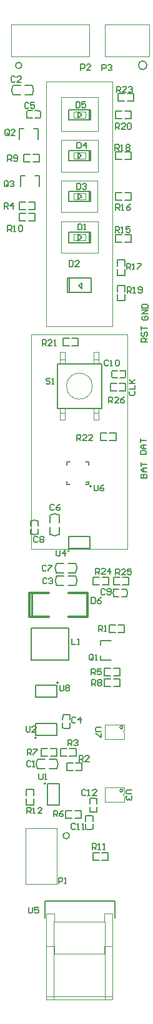
<source format=gto>
%FSLAX25Y25*%
%MOIN*%
G70*
G01*
G75*
%ADD10R,0.03150X0.02559*%
%ADD11R,0.13386X0.02756*%
%ADD12R,0.07480X0.06299*%
%ADD13R,0.01575X0.03937*%
%ADD14R,0.07874X0.10000*%
%ADD15R,0.02756X0.06102*%
%ADD16R,0.02756X0.13386*%
%ADD17R,0.06299X0.07480*%
%ADD18R,0.03150X0.03937*%
%ADD19R,0.03150X0.03543*%
%ADD20R,0.03150X0.03543*%
%ADD21C,0.05906*%
%ADD22R,0.05118X0.15748*%
%ADD23R,0.02362X0.00787*%
%ADD24R,0.03150X0.00787*%
%ADD25R,0.00787X0.02362*%
%ADD26R,0.00787X0.03150*%
%ADD27R,0.05118X0.05118*%
%ADD28R,0.01063X0.07874*%
%ADD29R,0.02362X0.07874*%
%ADD30R,0.02165X0.02559*%
%ADD31R,0.02362X0.02756*%
%ADD32R,0.03937X0.01575*%
%ADD33R,0.01181X0.07874*%
%ADD34O,0.01181X0.07874*%
%ADD35R,0.02559X0.02165*%
%ADD36R,0.03543X0.03150*%
%ADD37R,0.03543X0.03150*%
%ADD38R,0.03937X0.03150*%
%ADD39R,0.02756X0.02362*%
%ADD40C,0.00787*%
%ADD41C,0.01575*%
%ADD42C,0.01000*%
%ADD43C,0.02362*%
%ADD44C,0.01181*%
%ADD45C,0.01969*%
%ADD46C,0.03150*%
%ADD47C,0.00591*%
%ADD48C,0.00197*%
%ADD49C,0.00600*%
%ADD50C,0.00500*%
%ADD51C,0.00394*%
%ADD52C,0.00709*%
%ADD53C,0.01200*%
D40*
X35810Y-280430D02*
G03*
X35810Y-280430I-394J0D01*
G01*
X5892Y-33159D02*
G03*
X5892Y-38101I3706J-2471D01*
G01*
X16128D02*
G03*
X16128Y-33159I-3706J2471D01*
G01*
X29142Y-293799D02*
G03*
X29142Y-298741I3706J-2471D01*
G01*
X39378D02*
G03*
X39378Y-293799I-3706J2471D01*
G01*
X47660Y-246061D02*
G03*
X47660Y-246061I-394J0D01*
G01*
X18240Y-379641D02*
G03*
X18240Y-379641I-394J0D01*
G01*
X23274Y-403966D02*
G03*
X23274Y-403966I-394J0D01*
G01*
X30028Y-350461D02*
G03*
X30028Y-350461I-394J0D01*
G01*
X29208Y-396101D02*
G03*
X29208Y-391160I-3706J2471D01*
G01*
X18972D02*
G03*
X18972Y-396101I3706J-2471D01*
G01*
X30621Y-261382D02*
G03*
X25679Y-261382I-2471J-3706D01*
G01*
Y-271618D02*
G03*
X30621Y-271618I2471J3706D01*
G01*
X29102Y-287019D02*
G03*
X29102Y-291961I3706J-2471D01*
G01*
X39338D02*
G03*
X39338Y-287019I-3706J2471D01*
G01*
X40922Y-139505D02*
X42497Y-137930D01*
X40922Y-139505D02*
X42497Y-141080D01*
X35804Y-143049D02*
Y-135568D01*
X35017Y-143049D02*
Y-135568D01*
X47615Y-143049D02*
Y-135568D01*
X42497Y-141080D02*
Y-137930D01*
X35017Y-135568D02*
X47615D01*
X35017Y-143049D02*
X47615D01*
X53248Y-204626D02*
Y-181004D01*
X29626Y-204626D02*
X53248D01*
X29626D02*
Y-181004D01*
X53248D01*
X5892Y-38101D02*
X9829D01*
X5892Y-33159D02*
X9829D01*
X12191Y-38101D02*
X16128D01*
X12191Y-33159D02*
X16128D01*
X52530Y-338314D02*
X58160D01*
X52530Y-328078D02*
X58199D01*
X52530Y-338314D02*
Y-335952D01*
Y-330440D02*
Y-328078D01*
X29142Y-298741D02*
X33079D01*
X29142Y-293799D02*
X33079D01*
X35441Y-298741D02*
X39378D01*
X35441Y-293799D02*
X39378D01*
X35774Y-46077D02*
X46759D01*
X35774Y-51589D02*
Y-46077D01*
Y-51589D02*
X46759D01*
X47428Y-50959D02*
Y-46077D01*
X46759Y-51589D02*
Y-46077D01*
X47428Y-51549D02*
Y-50959D01*
X47389Y-51589D02*
X47428Y-51549D01*
X46759Y-51589D02*
X47389D01*
X45223Y-46077D02*
X47428D01*
X35765Y-67667D02*
X46749D01*
X35765Y-73179D02*
Y-67667D01*
Y-73179D02*
X46749D01*
X47418Y-72549D02*
Y-67667D01*
X46749Y-73179D02*
Y-67667D01*
X47418Y-73139D02*
Y-72549D01*
X47379Y-73179D02*
X47418Y-73139D01*
X46749Y-73179D02*
X47379D01*
X45213Y-67667D02*
X47418D01*
X35774Y-89317D02*
X46759D01*
X35774Y-94829D02*
Y-89317D01*
Y-94829D02*
X46759D01*
X47428Y-94199D02*
Y-89317D01*
X46759Y-94829D02*
Y-89317D01*
X47428Y-94789D02*
Y-94199D01*
X47389Y-94829D02*
X47428Y-94789D01*
X46759Y-94829D02*
X47389D01*
X45223Y-89317D02*
X47428D01*
X35774Y-111147D02*
X46759D01*
X35774Y-116659D02*
Y-111147D01*
Y-116659D02*
X46759D01*
X47428Y-116029D02*
Y-111147D01*
X46759Y-116659D02*
Y-111147D01*
X47428Y-116619D02*
Y-116029D01*
X47389Y-116659D02*
X47428Y-116619D01*
X46759Y-116659D02*
X47389D01*
X45223Y-111147D02*
X47428D01*
X9792Y-86880D02*
Y-81250D01*
X20028Y-86919D02*
Y-81250D01*
X9792D02*
X12154D01*
X17666D02*
X20028D01*
X9192Y-61780D02*
Y-56150D01*
X19428Y-61819D02*
Y-56150D01*
X9192D02*
X11554D01*
X17066D02*
X19428D01*
X25271Y-391160D02*
X29208D01*
X25271Y-396101D02*
X29208D01*
X18972Y-391160D02*
X22909D01*
X18972Y-396101D02*
X22909D01*
X25679Y-265319D02*
Y-261382D01*
X30621Y-265319D02*
Y-261382D01*
X25679Y-271618D02*
Y-267681D01*
X30621Y-271618D02*
Y-267681D01*
X29102Y-291961D02*
X33039D01*
X29102Y-287019D02*
X33039D01*
X35401Y-291961D02*
X39338D01*
X35401Y-287019D02*
X39338D01*
D42*
X16040Y-315259D02*
Y-302661D01*
D47*
X34300Y-433345D02*
G03*
X34197Y-433342I0J1655D01*
G01*
X10572Y-22446D02*
G03*
X10575Y-22549I-1652J-103D01*
G01*
X72829Y-22626D02*
G03*
X72820Y-22420I2271J206D01*
G01*
X64520Y-407716D02*
G03*
X64520Y-407716I-781J0D01*
G01*
Y-374176D02*
G03*
X64520Y-374176I-781J0D01*
G01*
X42467Y-48833D02*
Y-48833D01*
X40775Y-50526D02*
X42467Y-48833D01*
X40775Y-50526D02*
Y-47100D01*
X42467Y-48794D01*
X42457Y-70423D02*
Y-70423D01*
X40764Y-72116D02*
X42457Y-70423D01*
X40764Y-72116D02*
Y-68691D01*
X42457Y-70384D01*
X42467Y-92073D02*
Y-92073D01*
X40775Y-93766D02*
X42467Y-92073D01*
X40775Y-93766D02*
Y-90341D01*
X42467Y-92033D01*
Y-113903D02*
Y-113903D01*
X40775Y-115596D02*
X42467Y-113903D01*
X40775Y-115596D02*
Y-112171D01*
X42467Y-113864D01*
X46400Y-244959D02*
Y-243266D01*
X44746Y-244959D02*
X46400D01*
X34589D02*
X36242D01*
X34589D02*
Y-243305D01*
Y-233148D02*
X36242D01*
X34589Y-234801D02*
Y-233148D01*
X44746D02*
X46400D01*
Y-234801D02*
Y-233148D01*
X22808Y-466537D02*
X60170D01*
Y-475356D02*
Y-466537D01*
X22808Y-475395D02*
Y-466537D01*
X9398Y-95082D02*
X12745D01*
X9398Y-99019D02*
Y-95082D01*
Y-99019D02*
X12745D01*
X14319Y-95082D02*
X17666D01*
Y-99019D02*
Y-95082D01*
X14319Y-99019D02*
X17666D01*
X16467Y-73619D02*
X19814D01*
Y-69682D01*
X16467D02*
X19814D01*
X11546Y-73619D02*
X14893D01*
X11546D02*
Y-69682D01*
X14893D01*
X9398Y-101031D02*
X12745D01*
X9398Y-104969D02*
Y-101031D01*
Y-104969D02*
X12745D01*
X14319Y-101031D02*
X17666D01*
Y-104969D02*
Y-101031D01*
X14319Y-104969D02*
X17666D01*
X34056Y-418581D02*
X37403D01*
X34056Y-422518D02*
Y-418581D01*
Y-422518D02*
X37403D01*
X38977Y-418581D02*
X42324D01*
Y-422518D02*
Y-418581D01*
X38977Y-422518D02*
X42324D01*
X48516Y-440741D02*
X51863D01*
X48516Y-444678D02*
Y-440741D01*
Y-444678D02*
X51863D01*
X53437Y-440741D02*
X56784D01*
Y-444678D02*
Y-440741D01*
X53437Y-444678D02*
X56784D01*
X62107Y-323744D02*
X65454D01*
Y-319807D01*
X62107D02*
X65454D01*
X57186Y-323744D02*
X60533D01*
X57186D02*
Y-319807D01*
X60533D01*
X34516Y-393232D02*
X37863D01*
X34516Y-397169D02*
Y-393232D01*
Y-397169D02*
X37863D01*
X39438Y-393232D02*
X42784D01*
Y-397169D02*
Y-393232D01*
X39438Y-397169D02*
X42784D01*
X36118Y-389399D02*
X39464D01*
Y-385462D01*
X36118D02*
X39464D01*
X31196Y-389399D02*
X34543D01*
X31196D02*
Y-385462D01*
X34543D01*
X59527Y-346634D02*
X62874D01*
Y-342697D01*
X59527D02*
X62874D01*
X54606Y-346634D02*
X57953D01*
X54606D02*
Y-342697D01*
X57953D01*
X25878Y-389389D02*
X29224D01*
Y-385452D01*
X25878D02*
X29224D01*
X20956Y-389389D02*
X24303D01*
X20956D02*
Y-385452D01*
X24303D01*
X59617Y-352324D02*
X62964D01*
Y-348387D01*
X59617D02*
X62964D01*
X54696Y-352324D02*
X58043D01*
X54696D02*
Y-348387D01*
X58043D01*
X12932Y-415354D02*
Y-412007D01*
Y-415354D02*
X16869D01*
Y-412007D01*
X12932Y-410433D02*
Y-407086D01*
X16869D01*
Y-410433D02*
Y-407086D01*
X65497Y-116308D02*
X68844D01*
Y-112372D01*
X65497D02*
X68844D01*
X60576Y-116308D02*
X63923D01*
X60576D02*
Y-112372D01*
X63923D01*
X65497Y-94038D02*
X68844D01*
Y-90101D01*
X65497D02*
X68844D01*
X60576Y-94038D02*
X63923D01*
X60576D02*
Y-90101D01*
X63923D01*
X61581Y-133984D02*
Y-130637D01*
Y-133984D02*
X65518D01*
Y-130637D01*
X61581Y-129063D02*
Y-125716D01*
X65518D01*
Y-129063D02*
Y-125716D01*
X65497Y-72429D02*
X68844D01*
Y-68492D01*
X65497D02*
X68844D01*
X60576Y-72429D02*
X63923D01*
X60576D02*
Y-68492D01*
X63923D01*
X65518Y-142643D02*
Y-139296D01*
X61581D02*
X65518D01*
X61581Y-142643D02*
Y-139296D01*
X65518Y-147564D02*
Y-144217D01*
X61581Y-147564D02*
X65518D01*
X61581D02*
Y-144217D01*
X65497Y-50858D02*
X68844D01*
Y-46922D01*
X65497D02*
X68844D01*
X60576Y-50858D02*
X63923D01*
X60576D02*
Y-46922D01*
X63923D01*
X32486Y-167371D02*
X35833D01*
X32486Y-171309D02*
Y-167371D01*
Y-171309D02*
X35833D01*
X37407Y-167371D02*
X40754D01*
Y-171309D02*
Y-167371D01*
X37407Y-171309D02*
X40754D01*
X57447Y-221649D02*
X60794D01*
Y-217711D01*
X57447D02*
X60794D01*
X52526Y-221649D02*
X55873D01*
X52526D02*
Y-217711D01*
X55873D01*
X66917Y-41418D02*
X70264D01*
Y-37481D01*
X66917D02*
X70264D01*
X61996Y-41418D02*
X65343D01*
X61996D02*
Y-37481D01*
X65343D01*
X53507Y-298429D02*
X56854D01*
Y-294492D01*
X53507D02*
X56854D01*
X48586Y-298429D02*
X51933D01*
X48586D02*
Y-294492D01*
X51933D01*
X64417Y-298429D02*
X67764D01*
Y-294492D01*
X64417D02*
X67764D01*
X59496Y-298429D02*
X62843D01*
X59496D02*
Y-294492D01*
X62843D01*
X57824Y-191411D02*
X61170D01*
X57824Y-195349D02*
Y-191411D01*
Y-195349D02*
X61170D01*
X62745Y-191411D02*
X66091D01*
Y-195349D02*
Y-191411D01*
X62745Y-195349D02*
X66091D01*
X49173Y-245355D02*
Y-247979D01*
X49698Y-248504D01*
X50748D01*
X51272Y-247979D01*
Y-245355D01*
X54421D02*
X53371Y-245880D01*
X52322Y-246930D01*
Y-247979D01*
X52847Y-248504D01*
X53896D01*
X54421Y-247979D01*
Y-247454D01*
X53896Y-246930D01*
X52322D01*
X14215Y-469757D02*
Y-472380D01*
X14740Y-472905D01*
X15789D01*
X16314Y-472380D01*
Y-469757D01*
X19463D02*
X17364D01*
Y-471331D01*
X18413Y-470806D01*
X18938D01*
X19463Y-471331D01*
Y-472380D01*
X18938Y-472905D01*
X17888D01*
X17364Y-472380D01*
X29000Y-280051D02*
Y-282675D01*
X29525Y-283200D01*
X30574D01*
X31099Y-282675D01*
Y-280051D01*
X33723Y-283200D02*
Y-280051D01*
X32149Y-281626D01*
X34248D01*
X69449Y-407400D02*
X66825D01*
X66300Y-407925D01*
Y-408974D01*
X66825Y-409499D01*
X69449D01*
X68924Y-410549D02*
X69449Y-411073D01*
Y-412123D01*
X68924Y-412648D01*
X68399D01*
X67874Y-412123D01*
Y-411598D01*
Y-412123D01*
X67349Y-412648D01*
X66825D01*
X66300Y-412123D01*
Y-411073D01*
X66825Y-410549D01*
X12952Y-373520D02*
Y-376144D01*
X13477Y-376669D01*
X14527D01*
X15051Y-376144D01*
Y-373520D01*
X18200Y-376669D02*
X16101D01*
X18200Y-374570D01*
Y-374045D01*
X17675Y-373520D01*
X16626D01*
X16101Y-374045D01*
X19742Y-398712D02*
Y-401336D01*
X20267Y-401861D01*
X21317D01*
X21841Y-401336D01*
Y-398712D01*
X22891Y-401861D02*
X23940D01*
X23416D01*
Y-398712D01*
X22891Y-399237D01*
X25682Y-189148D02*
X25157Y-188623D01*
X24107D01*
X23583Y-189148D01*
Y-189673D01*
X24107Y-190197D01*
X25157D01*
X25682Y-190722D01*
Y-191247D01*
X25157Y-191772D01*
X24107D01*
X23583Y-191247D01*
X26731Y-191772D02*
X27781D01*
X27256D01*
Y-188623D01*
X26731Y-189148D01*
X57000Y-201811D02*
Y-198662D01*
X58574D01*
X59099Y-199187D01*
Y-200237D01*
X58574Y-200762D01*
X57000D01*
X58049D02*
X59099Y-201811D01*
X62248D02*
X60149D01*
X62248Y-199712D01*
Y-199187D01*
X61723Y-198662D01*
X60673D01*
X60149Y-199187D01*
X65396Y-198662D02*
X64347Y-199187D01*
X63297Y-200237D01*
Y-201286D01*
X63822Y-201811D01*
X64872D01*
X65396Y-201286D01*
Y-200762D01*
X64872Y-200237D01*
X63297D01*
X60710Y-293107D02*
Y-289959D01*
X62284D01*
X62809Y-290483D01*
Y-291533D01*
X62284Y-292058D01*
X60710D01*
X61760D02*
X62809Y-293107D01*
X65958D02*
X63859D01*
X65958Y-291008D01*
Y-290483D01*
X65433Y-289959D01*
X64384D01*
X63859Y-290483D01*
X69107Y-289959D02*
X67007D01*
Y-291533D01*
X68057Y-291008D01*
X68582D01*
X69107Y-291533D01*
Y-292582D01*
X68582Y-293107D01*
X67532D01*
X67007Y-292582D01*
X49915Y-292861D02*
Y-289713D01*
X51489D01*
X52014Y-290238D01*
Y-291287D01*
X51489Y-291812D01*
X49915D01*
X50964D02*
X52014Y-292861D01*
X55162D02*
X53063D01*
X55162Y-290762D01*
Y-290238D01*
X54638Y-289713D01*
X53588D01*
X53063Y-290238D01*
X57786Y-292861D02*
Y-289713D01*
X56212Y-291287D01*
X58311D01*
X61200Y-36800D02*
Y-33651D01*
X62774D01*
X63299Y-34176D01*
Y-35226D01*
X62774Y-35750D01*
X61200D01*
X62249D02*
X63299Y-36800D01*
X66448D02*
X64349D01*
X66448Y-34701D01*
Y-34176D01*
X65923Y-33651D01*
X64873D01*
X64349Y-34176D01*
X67497D02*
X68022Y-33651D01*
X69072D01*
X69596Y-34176D01*
Y-34701D01*
X69072Y-35226D01*
X68547D01*
X69072D01*
X69596Y-35750D01*
Y-36275D01*
X69072Y-36800D01*
X68022D01*
X67497Y-36275D01*
X39955Y-221782D02*
Y-218633D01*
X41529D01*
X42054Y-219158D01*
Y-220208D01*
X41529Y-220732D01*
X39955D01*
X41005D02*
X42054Y-221782D01*
X45203D02*
X43104D01*
X45203Y-219683D01*
Y-219158D01*
X44678Y-218633D01*
X43628D01*
X43104Y-219158D01*
X48351Y-221782D02*
X46252D01*
X48351Y-219683D01*
Y-219158D01*
X47827Y-218633D01*
X46777D01*
X46252Y-219158D01*
X21500Y-171400D02*
Y-168251D01*
X23074D01*
X23599Y-168776D01*
Y-169826D01*
X23074Y-170351D01*
X21500D01*
X22549D02*
X23599Y-171400D01*
X26748D02*
X24649D01*
X26748Y-169301D01*
Y-168776D01*
X26223Y-168251D01*
X25173D01*
X24649Y-168776D01*
X27797Y-171400D02*
X28847D01*
X28322D01*
Y-168251D01*
X27797Y-168776D01*
X60600Y-56400D02*
Y-53251D01*
X62174D01*
X62699Y-53776D01*
Y-54826D01*
X62174Y-55351D01*
X60600D01*
X61650D02*
X62699Y-56400D01*
X65848D02*
X63749D01*
X65848Y-54301D01*
Y-53776D01*
X65323Y-53251D01*
X64273D01*
X63749Y-53776D01*
X66897D02*
X67422Y-53251D01*
X68471D01*
X68996Y-53776D01*
Y-55875D01*
X68471Y-56400D01*
X67422D01*
X66897Y-55875D01*
Y-53776D01*
X66969Y-143347D02*
Y-140198D01*
X68543D01*
X69068Y-140723D01*
Y-141772D01*
X68543Y-142297D01*
X66969D01*
X68018D02*
X69068Y-143347D01*
X70117D02*
X71167D01*
X70642D01*
Y-140198D01*
X70117Y-140723D01*
X72741Y-142822D02*
X73266Y-143347D01*
X74315D01*
X74840Y-142822D01*
Y-140723D01*
X74315Y-140198D01*
X73266D01*
X72741Y-140723D01*
Y-141247D01*
X73266Y-141772D01*
X74840D01*
X60400Y-67600D02*
Y-64451D01*
X61974D01*
X62499Y-64976D01*
Y-66026D01*
X61974Y-66550D01*
X60400D01*
X61449D02*
X62499Y-67600D01*
X63549D02*
X64598D01*
X64073D01*
Y-64451D01*
X63549Y-64976D01*
X66172D02*
X66697Y-64451D01*
X67747D01*
X68271Y-64976D01*
Y-65501D01*
X67747Y-66026D01*
X68271Y-66550D01*
Y-67075D01*
X67747Y-67600D01*
X66697D01*
X66172Y-67075D01*
Y-66550D01*
X66697Y-66026D01*
X66172Y-65501D01*
Y-64976D01*
X66697Y-66026D02*
X67747D01*
X66496Y-130905D02*
Y-127757D01*
X68070D01*
X68595Y-128282D01*
Y-129331D01*
X68070Y-129856D01*
X66496D01*
X67546D02*
X68595Y-130905D01*
X69645D02*
X70694D01*
X70169D01*
Y-127757D01*
X69645Y-128282D01*
X72268Y-127757D02*
X74367D01*
Y-128282D01*
X72268Y-130381D01*
Y-130905D01*
X60700Y-99300D02*
Y-96151D01*
X62274D01*
X62799Y-96676D01*
Y-97726D01*
X62274Y-98251D01*
X60700D01*
X61750D02*
X62799Y-99300D01*
X63849D02*
X64898D01*
X64373D01*
Y-96151D01*
X63849Y-96676D01*
X68572Y-96151D02*
X67522Y-96676D01*
X66472Y-97726D01*
Y-98775D01*
X66997Y-99300D01*
X68047D01*
X68572Y-98775D01*
Y-98251D01*
X68047Y-97726D01*
X66472D01*
X60500Y-111300D02*
Y-108151D01*
X62074D01*
X62599Y-108676D01*
Y-109726D01*
X62074Y-110250D01*
X60500D01*
X61550D02*
X62599Y-111300D01*
X63649D02*
X64698D01*
X64173D01*
Y-108151D01*
X63649Y-108676D01*
X68371Y-108151D02*
X66272D01*
Y-109726D01*
X67322Y-109201D01*
X67847D01*
X68371Y-109726D01*
Y-110775D01*
X67847Y-111300D01*
X66797D01*
X66272Y-110775D01*
X13400Y-419900D02*
Y-416751D01*
X14974D01*
X15499Y-417276D01*
Y-418326D01*
X14974Y-418851D01*
X13400D01*
X14449D02*
X15499Y-419900D01*
X16549D02*
X17598D01*
X17073D01*
Y-416751D01*
X16549Y-417276D01*
X21271Y-419900D02*
X19172D01*
X21271Y-417801D01*
Y-417276D01*
X20747Y-416751D01*
X19697D01*
X19172Y-417276D01*
X48300Y-439000D02*
Y-435851D01*
X49874D01*
X50399Y-436376D01*
Y-437426D01*
X49874Y-437951D01*
X48300D01*
X49349D02*
X50399Y-439000D01*
X51449D02*
X52498D01*
X51973D01*
Y-435851D01*
X51449Y-436376D01*
X54072Y-439000D02*
X55122D01*
X54597D01*
Y-435851D01*
X54072Y-436376D01*
X3110Y-110700D02*
Y-107551D01*
X4685D01*
X5209Y-108076D01*
Y-109126D01*
X4685Y-109651D01*
X3110D01*
X4160D02*
X5209Y-110700D01*
X6259D02*
X7308D01*
X6784D01*
Y-107551D01*
X6259Y-108076D01*
X8883D02*
X9407Y-107551D01*
X10457D01*
X10982Y-108076D01*
Y-110175D01*
X10457Y-110700D01*
X9407D01*
X8883Y-110175D01*
Y-108076D01*
X3110Y-73400D02*
Y-70251D01*
X4685D01*
X5209Y-70776D01*
Y-71826D01*
X4685Y-72351D01*
X3110D01*
X4160D02*
X5209Y-73400D01*
X6259Y-72875D02*
X6784Y-73400D01*
X7833D01*
X8358Y-72875D01*
Y-70776D01*
X7833Y-70251D01*
X6784D01*
X6259Y-70776D01*
Y-71301D01*
X6784Y-71826D01*
X8358D01*
X47900Y-352000D02*
Y-348851D01*
X49474D01*
X49999Y-349376D01*
Y-350426D01*
X49474Y-350951D01*
X47900D01*
X48950D02*
X49999Y-352000D01*
X51049Y-349376D02*
X51573Y-348851D01*
X52623D01*
X53148Y-349376D01*
Y-349901D01*
X52623Y-350426D01*
X53148Y-350951D01*
Y-351475D01*
X52623Y-352000D01*
X51573D01*
X51049Y-351475D01*
Y-350951D01*
X51573Y-350426D01*
X51049Y-349901D01*
Y-349376D01*
X51573Y-350426D02*
X52623D01*
X27480Y-421500D02*
Y-418351D01*
X29055D01*
X29579Y-418876D01*
Y-419926D01*
X29055Y-420450D01*
X27480D01*
X28530D02*
X29579Y-421500D01*
X32728Y-418351D02*
X31678Y-418876D01*
X30629Y-419926D01*
Y-420975D01*
X31154Y-421500D01*
X32203D01*
X32728Y-420975D01*
Y-420450D01*
X32203Y-419926D01*
X30629D01*
X47700Y-346200D02*
Y-343051D01*
X49274D01*
X49799Y-343576D01*
Y-344626D01*
X49274Y-345150D01*
X47700D01*
X48750D02*
X49799Y-346200D01*
X52948Y-343051D02*
X50849D01*
Y-344626D01*
X51898Y-344101D01*
X52423D01*
X52948Y-344626D01*
Y-345675D01*
X52423Y-346200D01*
X51373D01*
X50849Y-345675D01*
X1200Y-98600D02*
Y-95451D01*
X2774D01*
X3299Y-95976D01*
Y-97026D01*
X2774Y-97550D01*
X1200D01*
X2249D02*
X3299Y-98600D01*
X5923D02*
Y-95451D01*
X4349Y-97026D01*
X6448D01*
X35236Y-383913D02*
Y-380765D01*
X36810D01*
X37335Y-381289D01*
Y-382339D01*
X36810Y-382864D01*
X35236D01*
X36285D02*
X37335Y-383913D01*
X38384Y-381289D02*
X38909Y-380765D01*
X39959D01*
X40483Y-381289D01*
Y-381814D01*
X39959Y-382339D01*
X39434D01*
X39959D01*
X40483Y-382864D01*
Y-383388D01*
X39959Y-383913D01*
X38909D01*
X38384Y-383388D01*
X41299Y-392284D02*
Y-389135D01*
X42873D01*
X43398Y-389660D01*
Y-390709D01*
X42873Y-391234D01*
X41299D01*
X42349D02*
X43398Y-392284D01*
X46547D02*
X44448D01*
X46547Y-390184D01*
Y-389660D01*
X46022Y-389135D01*
X44973D01*
X44448Y-389660D01*
X51500Y-323200D02*
Y-320051D01*
X53074D01*
X53599Y-320576D01*
Y-321626D01*
X53074Y-322150D01*
X51500D01*
X52549D02*
X53599Y-323200D01*
X54649D02*
X55698D01*
X55173D01*
Y-320051D01*
X54649Y-320576D01*
X48753Y-337979D02*
Y-335880D01*
X48228Y-335355D01*
X47178D01*
X46654Y-335880D01*
Y-337979D01*
X47178Y-338504D01*
X48228D01*
X47703Y-337454D02*
X48753Y-338504D01*
X48228D02*
X48753Y-337979D01*
X49802Y-338504D02*
X50852D01*
X50327D01*
Y-335355D01*
X49802Y-335880D01*
X53400Y-25200D02*
Y-22051D01*
X54974D01*
X55499Y-22576D01*
Y-23626D01*
X54974Y-24150D01*
X53400D01*
X56549Y-22576D02*
X57073Y-22051D01*
X58123D01*
X58648Y-22576D01*
Y-23101D01*
X58123Y-23626D01*
X57598D01*
X58123D01*
X58648Y-24150D01*
Y-24675D01*
X58123Y-25200D01*
X57073D01*
X56549Y-24675D01*
X42100Y-25000D02*
Y-21851D01*
X43674D01*
X44199Y-22376D01*
Y-23426D01*
X43674Y-23950D01*
X42100D01*
X47348Y-25000D02*
X45249D01*
X47348Y-22901D01*
Y-22376D01*
X46823Y-21851D01*
X45773D01*
X45249Y-22376D01*
X30250Y-457084D02*
Y-453935D01*
X31824D01*
X32349Y-454460D01*
Y-455509D01*
X31824Y-456034D01*
X30250D01*
X33399Y-457084D02*
X34448D01*
X33924D01*
Y-453935D01*
X33399Y-454460D01*
X37248Y-327011D02*
Y-330159D01*
X39347D01*
X40396D02*
X41446D01*
X40921D01*
Y-327011D01*
X40396Y-327536D01*
X35886Y-126151D02*
Y-129300D01*
X37460D01*
X37985Y-128775D01*
Y-126676D01*
X37460Y-126151D01*
X35886D01*
X41134Y-129300D02*
X39035D01*
X41134Y-127201D01*
Y-126676D01*
X40609Y-126151D01*
X39559D01*
X39035Y-126676D01*
X56799Y-179476D02*
X56274Y-178951D01*
X55225D01*
X54700Y-179476D01*
Y-181575D01*
X55225Y-182100D01*
X56274D01*
X56799Y-181575D01*
X57849Y-182100D02*
X58898D01*
X58373D01*
Y-178951D01*
X57849Y-179476D01*
X60472D02*
X60997Y-178951D01*
X62047D01*
X62572Y-179476D01*
Y-181575D01*
X62047Y-182100D01*
X60997D01*
X60472Y-181575D01*
Y-179476D01*
X54999Y-300976D02*
X54474Y-300451D01*
X53425D01*
X52900Y-300976D01*
Y-303075D01*
X53425Y-303600D01*
X54474D01*
X54999Y-303075D01*
X56049D02*
X56573Y-303600D01*
X57623D01*
X58148Y-303075D01*
Y-300976D01*
X57623Y-300451D01*
X56573D01*
X56049Y-300976D01*
Y-301501D01*
X56573Y-302026D01*
X58148D01*
X19186Y-273242D02*
X18661Y-272717D01*
X17611D01*
X17087Y-273242D01*
Y-275341D01*
X17611Y-275866D01*
X18661D01*
X19186Y-275341D01*
X20235Y-273242D02*
X20760Y-272717D01*
X21810D01*
X22334Y-273242D01*
Y-273767D01*
X21810Y-274292D01*
X22334Y-274817D01*
Y-275341D01*
X21810Y-275866D01*
X20760D01*
X20235Y-275341D01*
Y-274817D01*
X20760Y-274292D01*
X20235Y-273767D01*
Y-273242D01*
X20760Y-274292D02*
X21810D01*
X23599Y-288476D02*
X23074Y-287951D01*
X22025D01*
X21500Y-288476D01*
Y-290575D01*
X22025Y-291100D01*
X23074D01*
X23599Y-290575D01*
X24649Y-287951D02*
X26748D01*
Y-288476D01*
X24649Y-290575D01*
Y-291100D01*
X27887Y-256234D02*
X27362Y-255710D01*
X26312D01*
X25787Y-256234D01*
Y-258333D01*
X26312Y-258858D01*
X27362D01*
X27887Y-258333D01*
X31035Y-255710D02*
X29985Y-256234D01*
X28936Y-257284D01*
Y-258333D01*
X29461Y-258858D01*
X30510D01*
X31035Y-258333D01*
Y-257809D01*
X30510Y-257284D01*
X28936D01*
X14299Y-42776D02*
X13774Y-42251D01*
X12725D01*
X12200Y-42776D01*
Y-44875D01*
X12725Y-45400D01*
X13774D01*
X14299Y-44875D01*
X17448Y-42251D02*
X15349D01*
Y-43826D01*
X16398Y-43301D01*
X16923D01*
X17448Y-43826D01*
Y-44875D01*
X16923Y-45400D01*
X15873D01*
X15349Y-44875D01*
X39399Y-369176D02*
X38874Y-368651D01*
X37825D01*
X37300Y-369176D01*
Y-371275D01*
X37825Y-371800D01*
X38874D01*
X39399Y-371275D01*
X42023Y-371800D02*
Y-368651D01*
X40449Y-370226D01*
X42548D01*
X23899Y-295276D02*
X23374Y-294751D01*
X22325D01*
X21800Y-295276D01*
Y-297375D01*
X22325Y-297900D01*
X23374D01*
X23899Y-297375D01*
X24949Y-295276D02*
X25473Y-294751D01*
X26523D01*
X27048Y-295276D01*
Y-295801D01*
X26523Y-296326D01*
X25998D01*
X26523D01*
X27048Y-296850D01*
Y-297375D01*
X26523Y-297900D01*
X25473D01*
X24949Y-297375D01*
X6999Y-28776D02*
X6474Y-28251D01*
X5425D01*
X4900Y-28776D01*
Y-30875D01*
X5425Y-31400D01*
X6474D01*
X6999Y-30875D01*
X10148Y-31400D02*
X8049D01*
X10148Y-29301D01*
Y-28776D01*
X9623Y-28251D01*
X8573D01*
X8049Y-28776D01*
X15399Y-392376D02*
X14874Y-391851D01*
X13825D01*
X13300Y-392376D01*
Y-394475D01*
X13825Y-395000D01*
X14874D01*
X15399Y-394475D01*
X16449Y-395000D02*
X17498D01*
X16973D01*
Y-391851D01*
X16449Y-392376D01*
X40500Y-106651D02*
Y-109800D01*
X42074D01*
X42599Y-109275D01*
Y-107176D01*
X42074Y-106651D01*
X40500D01*
X43649Y-109800D02*
X44698D01*
X44173D01*
Y-106651D01*
X43649Y-107176D01*
X39800Y-85251D02*
Y-88400D01*
X41374D01*
X41899Y-87875D01*
Y-85776D01*
X41374Y-85251D01*
X39800D01*
X42949Y-85776D02*
X43473Y-85251D01*
X44523D01*
X45048Y-85776D01*
Y-86301D01*
X44523Y-86826D01*
X43998D01*
X44523D01*
X45048Y-87350D01*
Y-87875D01*
X44523Y-88400D01*
X43473D01*
X42949Y-87875D01*
X40100Y-63351D02*
Y-66500D01*
X41674D01*
X42199Y-65975D01*
Y-63876D01*
X41674Y-63351D01*
X40100D01*
X44823Y-66500D02*
Y-63351D01*
X43249Y-64926D01*
X45348D01*
X39500Y-41851D02*
Y-45000D01*
X41074D01*
X41599Y-44475D01*
Y-42376D01*
X41074Y-41851D01*
X39500D01*
X44748D02*
X42649D01*
Y-43426D01*
X43698Y-42901D01*
X44223D01*
X44748Y-43426D01*
Y-44475D01*
X44223Y-45000D01*
X43173D01*
X42649Y-44475D01*
X13600Y-388800D02*
Y-385651D01*
X15174D01*
X15699Y-386176D01*
Y-387226D01*
X15174Y-387751D01*
X13600D01*
X14649D02*
X15699Y-388800D01*
X16749Y-385651D02*
X18848D01*
Y-386176D01*
X16749Y-388275D01*
Y-388800D01*
X39199Y-425776D02*
X38674Y-425251D01*
X37625D01*
X37100Y-425776D01*
Y-427875D01*
X37625Y-428400D01*
X38674D01*
X39199Y-427875D01*
X40249Y-428400D02*
X41298D01*
X40773D01*
Y-425251D01*
X40249Y-425776D01*
X42872Y-428400D02*
X43922D01*
X43397D01*
Y-425251D01*
X42872Y-425776D01*
X44699Y-407676D02*
X44174Y-407151D01*
X43125D01*
X42600Y-407676D01*
Y-409775D01*
X43125Y-410300D01*
X44174D01*
X44699Y-409775D01*
X45749Y-410300D02*
X46798D01*
X46273D01*
Y-407151D01*
X45749Y-407676D01*
X50472Y-410300D02*
X48372D01*
X50472Y-408201D01*
Y-407676D01*
X49947Y-407151D01*
X48897D01*
X48372Y-407676D01*
X47743Y-305161D02*
Y-308310D01*
X49317D01*
X49842Y-307785D01*
Y-305686D01*
X49317Y-305161D01*
X47743D01*
X52990D02*
X51941Y-305686D01*
X50891Y-306735D01*
Y-307785D01*
X51416Y-308310D01*
X52465D01*
X52990Y-307785D01*
Y-307260D01*
X52465Y-306735D01*
X50891D01*
X3799Y-59075D02*
Y-56976D01*
X3274Y-56451D01*
X2225D01*
X1700Y-56976D01*
Y-59075D01*
X2225Y-59600D01*
X3274D01*
X2750Y-58551D02*
X3799Y-59600D01*
X3274D02*
X3799Y-59075D01*
X6948Y-59600D02*
X4849D01*
X6948Y-57501D01*
Y-56976D01*
X6423Y-56451D01*
X5373D01*
X4849Y-56976D01*
X3299Y-86375D02*
Y-84276D01*
X2774Y-83751D01*
X1725D01*
X1200Y-84276D01*
Y-86375D01*
X1725Y-86900D01*
X2774D01*
X2249Y-85851D02*
X3299Y-86900D01*
X2774D02*
X3299Y-86375D01*
X4349Y-84276D02*
X4873Y-83751D01*
X5923D01*
X6448Y-84276D01*
Y-84801D01*
X5923Y-85326D01*
X5398D01*
X5923D01*
X6448Y-85851D01*
Y-86375D01*
X5923Y-86900D01*
X4873D01*
X4349Y-86375D01*
X53049Y-374200D02*
X50425D01*
X49900Y-374725D01*
Y-375774D01*
X50425Y-376299D01*
X53049D01*
Y-377349D02*
Y-379448D01*
X52524D01*
X50425Y-377349D01*
X49900D01*
X30826Y-351670D02*
Y-354294D01*
X31351Y-354819D01*
X32401D01*
X32925Y-354294D01*
Y-351670D01*
X33975Y-352195D02*
X34500Y-351670D01*
X35549D01*
X36074Y-352195D01*
Y-352720D01*
X35549Y-353244D01*
X36074Y-353769D01*
Y-354294D01*
X35549Y-354819D01*
X34500D01*
X33975Y-354294D01*
Y-353769D01*
X34500Y-353244D01*
X33975Y-352720D01*
Y-352195D01*
X34500Y-353244D02*
X35549D01*
X73951Y-229200D02*
X77100D01*
Y-227626D01*
X76575Y-227101D01*
X74476D01*
X73951Y-227626D01*
Y-229200D01*
X77100Y-226051D02*
X75001D01*
X73951Y-225002D01*
X75001Y-223952D01*
X77100D01*
X75526D01*
Y-226051D01*
X73951Y-222903D02*
Y-220804D01*
Y-221853D01*
X77100D01*
X74151Y-241700D02*
X77300D01*
Y-240126D01*
X76775Y-239601D01*
X76250D01*
X75726Y-240126D01*
Y-241700D01*
Y-240126D01*
X75201Y-239601D01*
X74676D01*
X74151Y-240126D01*
Y-241700D01*
X77300Y-238551D02*
X75201D01*
X74151Y-237502D01*
X75201Y-236452D01*
X77300D01*
X75726D01*
Y-238551D01*
X74151Y-235403D02*
Y-233304D01*
Y-234353D01*
X77300D01*
X68376Y-195601D02*
X67851Y-196126D01*
Y-197175D01*
X68376Y-197700D01*
X70475D01*
X71000Y-197175D01*
Y-196126D01*
X70475Y-195601D01*
X67851Y-194551D02*
X71000D01*
Y-192452D01*
X67851Y-191403D02*
X71000D01*
X69950D01*
X67851Y-189304D01*
X69426Y-190878D01*
X71000Y-189304D01*
X77600Y-169500D02*
X74451D01*
Y-167926D01*
X74976Y-167401D01*
X76026D01*
X76551Y-167926D01*
Y-169500D01*
Y-168450D02*
X77600Y-167401D01*
X74976Y-164252D02*
X74451Y-164777D01*
Y-165827D01*
X74976Y-166351D01*
X75501D01*
X76026Y-165827D01*
Y-164777D01*
X76551Y-164252D01*
X77075D01*
X77600Y-164777D01*
Y-165827D01*
X77075Y-166351D01*
X74451Y-163203D02*
Y-161104D01*
Y-162153D01*
X77600D01*
X75276Y-155601D02*
X74751Y-156126D01*
Y-157175D01*
X75276Y-157700D01*
X77375D01*
X77900Y-157175D01*
Y-156126D01*
X77375Y-155601D01*
X76326D01*
Y-156650D01*
X77900Y-154551D02*
X74751D01*
X77900Y-152452D01*
X74751D01*
Y-151403D02*
X77900D01*
Y-149829D01*
X77375Y-149304D01*
X75276D01*
X74751Y-149829D01*
Y-151403D01*
D48*
X48228Y-192913D02*
G03*
X48228Y-192913I-6890J0D01*
G01*
X23740Y-518701D02*
X58937D01*
X23740Y-517244D02*
X58937D01*
X54724Y-490433D02*
X58936D01*
X54724Y-494567D02*
Y-490433D01*
X27953Y-494567D02*
Y-490433D01*
X23741D02*
X27953D01*
X27677Y-494567D02*
X55000D01*
Y-518701D02*
Y-477362D01*
X27677Y-518701D02*
Y-477362D01*
X58937Y-518701D02*
Y-473229D01*
X54724D02*
X58936D01*
X54724Y-477362D02*
Y-473229D01*
X27677Y-477362D02*
X55000D01*
X27953D02*
Y-473229D01*
X23741D02*
X27953D01*
X23740Y-518701D02*
Y-473229D01*
X49016Y-178839D02*
X51772D01*
X49016Y-174902D02*
X51772D01*
Y-181004D02*
Y-174902D01*
X49016Y-181004D02*
Y-174902D01*
X30906Y-178839D02*
X33661D01*
X30906Y-174902D02*
X33661D01*
Y-181004D02*
Y-174902D01*
X30906Y-181004D02*
Y-174902D01*
X49016Y-210925D02*
X51772D01*
X49016Y-206988D02*
X51772D01*
Y-210925D02*
Y-204823D01*
X49016Y-210925D02*
Y-204823D01*
X30906Y-210925D02*
X33661D01*
X30906Y-206988D02*
X33661D01*
Y-210925D02*
Y-204823D01*
X30906Y-210925D02*
Y-204823D01*
X29429Y-181004D02*
X53248D01*
X29429Y-204823D02*
X53248D01*
X29429D02*
Y-181004D01*
X53248Y-204823D02*
Y-181004D01*
X38189Y-115354D02*
Y-112205D01*
Y-115354D02*
X44488D01*
Y-112205D01*
X38189D02*
X44488D01*
X38189Y-93701D02*
Y-90551D01*
X44488Y-93701D02*
Y-90551D01*
X38189Y-93701D02*
X44488D01*
X38189Y-90551D02*
X44488D01*
X38189Y-72047D02*
Y-68898D01*
Y-72047D02*
X44488D01*
Y-68898D01*
X38189D02*
X44488D01*
X38189Y-50394D02*
Y-47244D01*
Y-50394D02*
X44488D01*
Y-47244D01*
X38189D02*
X44488D01*
D49*
X45770Y-243935D02*
G03*
X45770Y-243935I-394J0D01*
G01*
D50*
X13509Y-46596D02*
G03*
X13434Y-50532I4907J-2063D01*
G01*
X20365Y-50525D02*
G03*
X20362Y-46626I-4864J1945D01*
G01*
X50774Y-412079D02*
G03*
X46838Y-412004I-2063J-4907D01*
G01*
X46845Y-418935D02*
G03*
X50744Y-418932I1945J4864D01*
G01*
X48534Y-421319D02*
G03*
X44598Y-421244I-2063J-4907D01*
G01*
X44605Y-428175D02*
G03*
X48504Y-428172I1945J4864D01*
G01*
X15366Y-271341D02*
G03*
X19302Y-271416I2063J4907D01*
G01*
X19295Y-264485D02*
G03*
X15396Y-264488I-1945J-4864D01*
G01*
X59759Y-300716D02*
G03*
X59684Y-304652I4907J-2063D01*
G01*
X66615Y-304645D02*
G03*
X66612Y-300746I-4864J1945D01*
G01*
X65721Y-188544D02*
G03*
X65796Y-184608I-4907J2063D01*
G01*
X58865Y-184615D02*
G03*
X58868Y-188514I4864J-1945D01*
G01*
X32436Y-374482D02*
G03*
X36372Y-374557I2063J4907D01*
G01*
X36365Y-367625D02*
G03*
X32466Y-367629I-1945J-4864D01*
G01*
X13511Y-46591D02*
X16191D01*
X13432Y-50529D02*
X16191D01*
X17766Y-46591D02*
X20364Y-46631D01*
X17766Y-50529D02*
X20364D01*
X50779Y-414761D02*
Y-412081D01*
X46841Y-414761D02*
Y-412003D01*
X50739Y-418934D02*
X50779Y-416336D01*
X46841Y-418934D02*
Y-416336D01*
X48539Y-424001D02*
Y-421321D01*
X44602Y-424001D02*
Y-421243D01*
X48499Y-428174D02*
X48539Y-425576D01*
X44602Y-428174D02*
Y-425576D01*
X15361Y-271339D02*
Y-268659D01*
X19298Y-271417D02*
Y-268659D01*
X15361Y-267084D02*
X15401Y-264486D01*
X19298Y-267084D02*
Y-264486D01*
X59761Y-300711D02*
X62441D01*
X59682Y-304648D02*
X62441D01*
X64016Y-300711D02*
X66614Y-300751D01*
X64016Y-304648D02*
X66614D01*
X63039Y-188549D02*
X65719D01*
X63039Y-184611D02*
X65798D01*
X58866Y-188509D02*
X61464Y-188549D01*
X58866Y-184611D02*
X61464D01*
X32432Y-374479D02*
Y-371800D01*
X36369Y-374558D02*
Y-371800D01*
X32432Y-370225D02*
X32471Y-367627D01*
X36369Y-370225D02*
Y-367627D01*
D51*
X65218Y-409387D02*
G03*
X65218Y-410667I0J-640D01*
G01*
Y-375847D02*
G03*
X65218Y-377127I0J-640D01*
G01*
X12471Y-427890D02*
X29400D01*
Y-457390D02*
Y-427890D01*
X12471Y-457390D02*
X29400D01*
X12471D02*
Y-427890D01*
X15748Y-279528D02*
X66929D01*
Y-165354D01*
X15748D02*
X66929D01*
X15748Y-279528D02*
Y-165354D01*
X51181Y-122244D02*
Y-105315D01*
X31496Y-122244D02*
X51181D01*
X31496Y-105315D02*
X51181D01*
X31496Y-122244D02*
Y-105315D01*
X51063Y-100591D02*
Y-83701D01*
X51024Y-100551D02*
X51063Y-100591D01*
X31496D02*
X51063D01*
X31496Y-83661D02*
X51024D01*
X31496Y-100591D02*
Y-83661D01*
X51181Y-78937D02*
Y-62008D01*
X31496Y-78937D02*
X51181D01*
X31496Y-62008D02*
X51181D01*
X31496Y-78937D02*
Y-62008D01*
Y-57284D02*
X51181D01*
Y-39567D01*
X31496D02*
X51181D01*
X31496Y-57284D02*
Y-39567D01*
X23622Y-161024D02*
X59055D01*
Y-31102D01*
X23622D02*
X59055D01*
X23622Y-161024D02*
Y-31102D01*
X5120Y-17649D02*
Y-720D01*
Y-17649D02*
X46459D01*
Y-720D01*
X5120D02*
X46459D01*
X78500Y-17720D02*
Y-791D01*
X54878Y-17720D02*
X78500D01*
X54878D02*
Y-791D01*
Y-720D02*
X78500D01*
X65218Y-409387D02*
Y-406227D01*
Y-413826D02*
Y-410667D01*
X54982Y-413826D02*
X65218D01*
X54982D02*
Y-406227D01*
X65218D01*
Y-375847D02*
Y-372688D01*
Y-380286D02*
Y-377127D01*
X54982Y-380286D02*
X65218D01*
X54982D02*
Y-372688D01*
X65218D01*
D52*
X35601Y-279080D02*
Y-272780D01*
Y-279080D02*
X47019D01*
X35601Y-272780D02*
X47019D01*
Y-279080D02*
Y-272780D01*
X15467Y-321473D02*
X35656D01*
Y-338473D02*
Y-321473D01*
X15467Y-338473D02*
Y-321473D01*
Y-338473D02*
X35656D01*
X29449Y-378290D02*
Y-371991D01*
X18032D02*
X29449D01*
X18032Y-378290D02*
X29449D01*
X18032D02*
Y-371991D01*
X24230Y-415569D02*
X30530D01*
Y-404151D01*
X24230Y-415569D02*
Y-404151D01*
X30530D01*
X18032Y-358110D02*
Y-351811D01*
Y-358110D02*
X29449D01*
X18032Y-351811D02*
X29449D01*
Y-358110D02*
Y-351811D01*
D53*
X14540Y-315259D02*
Y-302661D01*
X45540Y-315259D02*
Y-302661D01*
X14540Y-315259D02*
X25048D01*
X14540Y-302661D02*
X25048D01*
X35540Y-315259D02*
X45540D01*
X35540Y-302661D02*
X45540D01*
M02*

</source>
